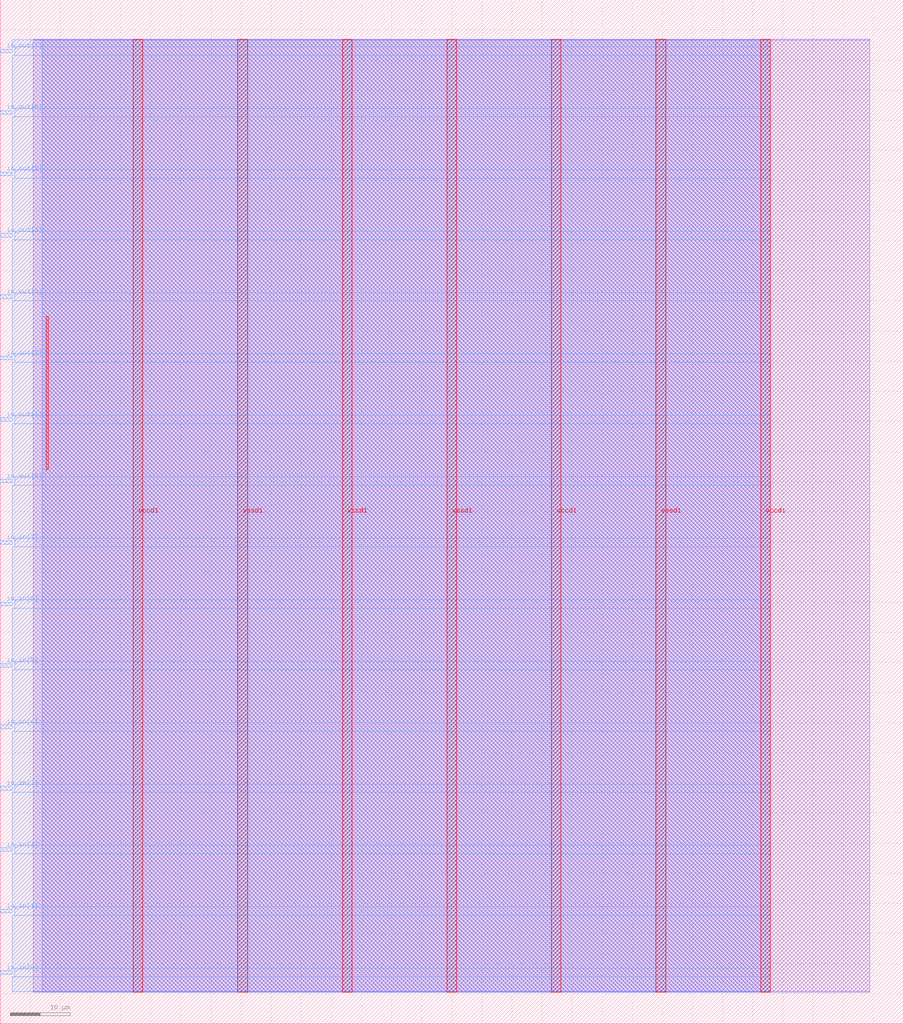
<source format=lef>
VERSION 5.7 ;
  NOWIREEXTENSIONATPIN ON ;
  DIVIDERCHAR "/" ;
  BUSBITCHARS "[]" ;
MACRO user_module_347497504164545108
  CLASS BLOCK ;
  FOREIGN user_module_347497504164545108 ;
  ORIGIN 0.000 0.000 ;
  SIZE 150.000 BY 170.000 ;
  PIN io_in[0]
    DIRECTION INPUT ;
    USE SIGNAL ;
    PORT
      LAYER met3 ;
        RECT 0.000 8.200 2.000 8.800 ;
    END
  END io_in[0]
  PIN io_in[1]
    DIRECTION INPUT ;
    USE SIGNAL ;
    PORT
      LAYER met3 ;
        RECT 0.000 18.400 2.000 19.000 ;
    END
  END io_in[1]
  PIN io_in[2]
    DIRECTION INPUT ;
    USE SIGNAL ;
    PORT
      LAYER met3 ;
        RECT 0.000 28.600 2.000 29.200 ;
    END
  END io_in[2]
  PIN io_in[3]
    DIRECTION INPUT ;
    USE SIGNAL ;
    PORT
      LAYER met3 ;
        RECT 0.000 38.800 2.000 39.400 ;
    END
  END io_in[3]
  PIN io_in[4]
    DIRECTION INPUT ;
    USE SIGNAL ;
    PORT
      LAYER met3 ;
        RECT 0.000 49.000 2.000 49.600 ;
    END
  END io_in[4]
  PIN io_in[5]
    DIRECTION INPUT ;
    USE SIGNAL ;
    PORT
      LAYER met3 ;
        RECT 0.000 59.200 2.000 59.800 ;
    END
  END io_in[5]
  PIN io_in[6]
    DIRECTION INPUT ;
    USE SIGNAL ;
    PORT
      LAYER met3 ;
        RECT 0.000 69.400 2.000 70.000 ;
    END
  END io_in[6]
  PIN io_in[7]
    DIRECTION INPUT ;
    USE SIGNAL ;
    PORT
      LAYER met3 ;
        RECT 0.000 79.600 2.000 80.200 ;
    END
  END io_in[7]
  PIN io_out[0]
    DIRECTION OUTPUT TRISTATE ;
    USE SIGNAL ;
    PORT
      LAYER met3 ;
        RECT 0.000 89.800 2.000 90.400 ;
    END
  END io_out[0]
  PIN io_out[1]
    DIRECTION OUTPUT TRISTATE ;
    USE SIGNAL ;
    PORT
      LAYER met3 ;
        RECT 0.000 100.000 2.000 100.600 ;
    END
  END io_out[1]
  PIN io_out[2]
    DIRECTION OUTPUT TRISTATE ;
    USE SIGNAL ;
    PORT
      LAYER met3 ;
        RECT 0.000 110.200 2.000 110.800 ;
    END
  END io_out[2]
  PIN io_out[3]
    DIRECTION OUTPUT TRISTATE ;
    USE SIGNAL ;
    PORT
      LAYER met3 ;
        RECT 0.000 120.400 2.000 121.000 ;
    END
  END io_out[3]
  PIN io_out[4]
    DIRECTION OUTPUT TRISTATE ;
    USE SIGNAL ;
    PORT
      LAYER met3 ;
        RECT 0.000 130.600 2.000 131.200 ;
    END
  END io_out[4]
  PIN io_out[5]
    DIRECTION OUTPUT TRISTATE ;
    USE SIGNAL ;
    PORT
      LAYER met3 ;
        RECT 0.000 140.800 2.000 141.400 ;
    END
  END io_out[5]
  PIN io_out[6]
    DIRECTION OUTPUT TRISTATE ;
    USE SIGNAL ;
    PORT
      LAYER met3 ;
        RECT 0.000 151.000 2.000 151.600 ;
    END
  END io_out[6]
  PIN io_out[7]
    DIRECTION OUTPUT TRISTATE ;
    USE SIGNAL ;
    PORT
      LAYER met3 ;
        RECT 0.000 161.200 2.000 161.800 ;
    END
  END io_out[7]
  PIN vccd1
    DIRECTION INOUT ;
    USE POWER ;
    PORT
      LAYER met4 ;
        RECT 22.090 5.200 23.690 163.440 ;
    END
    PORT
      LAYER met4 ;
        RECT 56.830 5.200 58.430 163.440 ;
    END
    PORT
      LAYER met4 ;
        RECT 91.570 5.200 93.170 163.440 ;
    END
    PORT
      LAYER met4 ;
        RECT 126.310 5.200 127.910 163.440 ;
    END
  END vccd1
  PIN vssd1
    DIRECTION INOUT ;
    USE GROUND ;
    PORT
      LAYER met4 ;
        RECT 39.460 5.200 41.060 163.440 ;
    END
    PORT
      LAYER met4 ;
        RECT 74.200 5.200 75.800 163.440 ;
    END
    PORT
      LAYER met4 ;
        RECT 108.940 5.200 110.540 163.440 ;
    END
  END vssd1
  OBS
      LAYER li1 ;
        RECT 5.520 5.355 144.440 163.285 ;
      LAYER met1 ;
        RECT 5.520 5.200 144.440 163.440 ;
      LAYER met2 ;
        RECT 6.990 5.255 127.880 163.385 ;
      LAYER met3 ;
        RECT 2.000 162.200 127.900 163.365 ;
        RECT 2.400 160.800 127.900 162.200 ;
        RECT 2.000 152.000 127.900 160.800 ;
        RECT 2.400 150.600 127.900 152.000 ;
        RECT 2.000 141.800 127.900 150.600 ;
        RECT 2.400 140.400 127.900 141.800 ;
        RECT 2.000 131.600 127.900 140.400 ;
        RECT 2.400 130.200 127.900 131.600 ;
        RECT 2.000 121.400 127.900 130.200 ;
        RECT 2.400 120.000 127.900 121.400 ;
        RECT 2.000 111.200 127.900 120.000 ;
        RECT 2.400 109.800 127.900 111.200 ;
        RECT 2.000 101.000 127.900 109.800 ;
        RECT 2.400 99.600 127.900 101.000 ;
        RECT 2.000 90.800 127.900 99.600 ;
        RECT 2.400 89.400 127.900 90.800 ;
        RECT 2.000 80.600 127.900 89.400 ;
        RECT 2.400 79.200 127.900 80.600 ;
        RECT 2.000 70.400 127.900 79.200 ;
        RECT 2.400 69.000 127.900 70.400 ;
        RECT 2.000 60.200 127.900 69.000 ;
        RECT 2.400 58.800 127.900 60.200 ;
        RECT 2.000 50.000 127.900 58.800 ;
        RECT 2.400 48.600 127.900 50.000 ;
        RECT 2.000 39.800 127.900 48.600 ;
        RECT 2.400 38.400 127.900 39.800 ;
        RECT 2.000 29.600 127.900 38.400 ;
        RECT 2.400 28.200 127.900 29.600 ;
        RECT 2.000 19.400 127.900 28.200 ;
        RECT 2.400 18.000 127.900 19.400 ;
        RECT 2.000 9.200 127.900 18.000 ;
        RECT 2.400 7.800 127.900 9.200 ;
        RECT 2.000 5.275 127.900 7.800 ;
      LAYER met4 ;
        RECT 7.655 91.975 7.985 117.465 ;
  END
END user_module_347497504164545108
END LIBRARY


</source>
